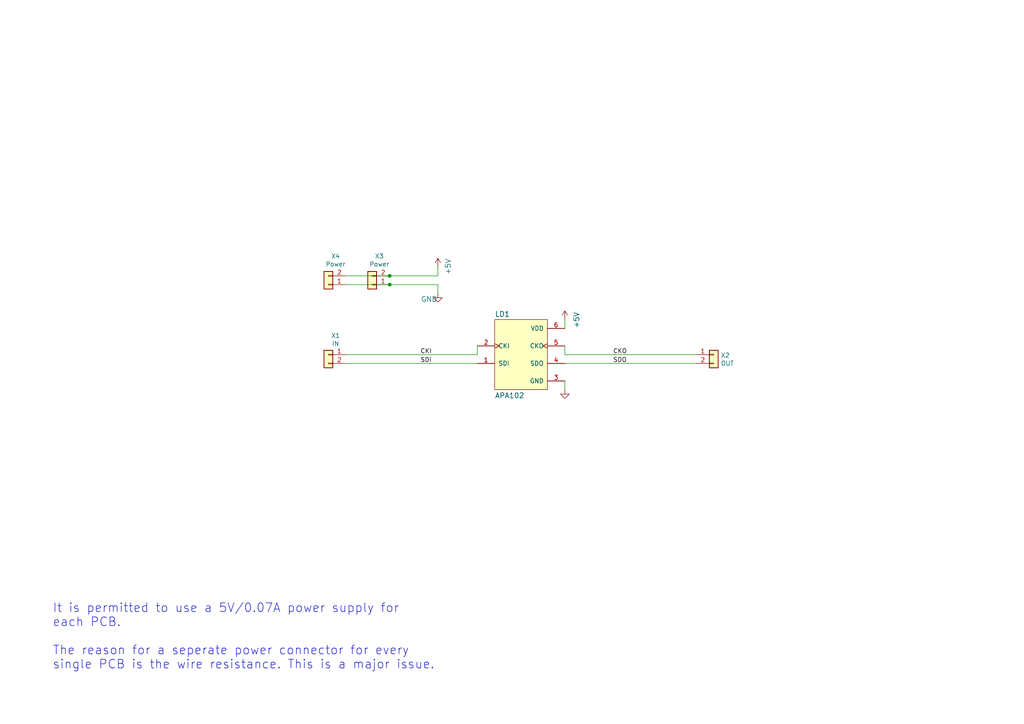
<source format=kicad_sch>
(kicad_sch (version 20211123) (generator eeschema)
  (paper "A4")
  (title_block (title "MateLightScrewCapV2") (date "2022-09-05") (rev "v0.2.0") (company "HansAchterbahn @ Neotopia / CCC Göttingen") (comment 1 "Licence: MIT Licence") (comment 4 "I_APA102 = max. 20 mA @ 5V"))
  (lib_symbols
    (symbol "MateLightScrewCap-eagle-import:APA102C-5050" (pin_names (offset 1.016))
      (property "Reference" "LD" (at -7.62 10.922 0))
      (property "Value" "APA102C-5050" (at -7.62 -12.7 0))
      (symbol "APA102C-5050_1_0"
        (pin input line (at -12.7 -2.54 0) (length 5.08) (name "SDI") (number "1"))
        (pin input clock (at -12.7 2.54 0) (length 5.08) (name "CKI") (number "2"))
        (pin power_in line (at 12.7 -7.62 180) (length 5.08) (name "GND") (number "3"))
        (pin output line (at 12.7 -2.54 180) (length 5.08) (name "SDO") (number "4"))
        (pin output clock (at 12.7 2.54 180) (length 5.08) (name "CKO") (number "5"))
        (pin power_in line (at 12.7 7.62 180) (length 5.08) (name "VDD") (number "6"))
      )
      (symbol "APA102C-5050_1_1"
        (rectangle (start -7.62 10.16) (end 7.62 -10.16) (fill (type background)))
      )
    )
    (symbol "MateLightScrewCap-rescue:+5V-power" (power) (pin_names (offset 0))
      (property "Value" "+5V-power" (at 0 3.556 0))
      (symbol "+5V-power_0_1"
        (polyline (pts (xy -0.762 1.27) (xy 0 2.54)))
        (polyline (pts (xy 0 0) (xy 0 2.54)))
        (polyline (pts (xy 0 2.54) (xy 0.762 1.27)))
      )
      (symbol "+5V-power_1_1"
        (pin power_in line (at 0 0 90) (length 0) hide (name "+5V") (number "1"))
      )
    )
    (symbol "MateLightScrewCap-rescue:Conn_01x02-Connector_Generic" (pin_names (offset 1.016) hide)
      (property "Reference" "J" (at 0 2.54 0))
      (property "Value" "Conn_01x02-Connector_Generic" (at 0 -5.08 0))
      (symbol "Conn_01x02-Connector_Generic_1_1"
        (rectangle (start -1.27 -2.413) (end 0 -2.667) (stroke (width 0.1524)))
        (rectangle (start -1.27 0.127) (end 0 -0.127) (stroke (width 0.1524)))
        (rectangle (start -1.27 1.27) (end 1.27 -3.81) (stroke (width 0.254)) (fill (type background)))
        (pin passive line (at -5.08 0 0) (length 3.81) (name "Pin_1") (number "1"))
        (pin passive line (at -5.08 -2.54 0) (length 3.81) (name "Pin_2") (number "2"))
      )
    )
    (symbol "MateLightScrewCap-rescue:GND-power" (power) (pin_names (offset 0))
      (property "Value" "GND-power" (at 0 -3.81 0))
      (symbol "GND-power_0_1"
        (polyline (pts (xy 0 0) (xy 0 -1.27) (xy 1.27 -1.27) (xy 0 -2.54) (xy -1.27 -1.27) (xy 0 -1.27)))
      )
      (symbol "GND-power_1_1"
        (pin power_in line (at 0 0 270) (length 0) hide (name "GND") (number "1"))
      )
    )
  )
  (junction (at 113.03 82.55))
  (junction (at 113.03 80.01))
  (wire (pts (xy 100.33 105.41) (xy 138.43 105.41)))
  (wire (pts (xy 163.83 105.41) (xy 201.93 105.41)))
  (wire (pts (xy 113.03 82.55) (xy 127 82.55)))
  (wire (pts (xy 127 80.01) (xy 127 77.47)))
  (wire (pts (xy 100.33 102.87) (xy 138.43 102.87)))
  (wire (pts (xy 100.33 80.01) (xy 113.03 80.01)))
  (wire (pts (xy 201.93 102.87) (xy 163.83 102.87)))
  (wire (pts (xy 113.03 80.01) (xy 127 80.01)))
  (wire (pts (xy 100.33 82.55) (xy 113.03 82.55)))
  (wire (pts (xy 163.83 102.87) (xy 163.83 100.33)))
  (wire (pts (xy 138.43 102.87) (xy 138.43 100.33)))
  (wire (pts (xy 127 85.09) (xy 127 82.55)))
  (wire (pts (xy 163.83 92.71) (xy 163.83 95.25)))
  (wire (pts (xy 163.83 113.03) (xy 163.83 110.49)))
  (text "It is permitted to use a 5V/0.07A power supply for \neach PCB. \n\nThe reason for a seperate power connector for every\nsingle PCB is the wire resistance. This is a major issue. " (at 15.24 194.31 0) (effects (font (size 2.54 2.54)) (justify left bottom)))
  (label "CKO" (at 177.8 102.87 0))
  (label "CKI" (at 121.92 102.87 0))
  (label "SDI" (at 121.92 105.41 0))
  (label "SDO" (at 177.8 105.41 0))
  (symbol (lib_id "MateLightScrewCap-rescue:+5V-power") (at 127 77.47 0) (mirror y) (unit 1)
    (property "Reference" "#P+03" (effects hide))
    (property "Value" "+5V" (at 130.81 74.93 90) (effects (font (size 1.4986 1.4986)) (justify right top)))
  )
  (symbol (lib_id "MateLightScrewCap-rescue:GND-power") (at 127 85.09 0) (unit 1)
    (property "Reference" "#GND02" (effects hide))
    (property "Value" "GND" (at 124.46 87.63 0) (effects (font (size 1.4986 1.4986)) (justify bottom)))
  )
  (symbol (lib_id "MateLightScrewCap-rescue:GND-power") (at 163.83 113.03 0) (unit 1)
    (property "Reference" "#GND015" (effects hide))
    (property "Value" "GND" (effects hide))
  )
  (symbol (lib_id "MateLightScrewCap-eagle-import:APA102C-5050") (at 151.13 102.87 0) (unit 1)
    (property "Reference" "LD1" (at 143.51 91.948 0) (effects (font (size 1.4986 1.4986)) (justify left bottom)))
    (property "Value" "APA102" (at 143.51 115.57 0) (effects (font (size 1.4986 1.4986)) (justify left bottom)))
    (property "Footprint" "MateLightScrewCap:APA102C-5050" (effects hide))
  )
  (symbol (lib_id "MateLightScrewCap-rescue:Conn_01x02-Connector_Generic") (at 107.95 82.55 180) (unit 1)
    (property "Reference" "X3" (at 110.0328 74.295 0))
    (property "Value" "Power" (at 110.0328 76.6064 0))
    (property "Footprint" "h8-Connectors:JST_S2B-PH-SM4-TB(LF)(SN)" (effects hide))
  )
  (symbol (lib_id "MateLightScrewCap-rescue:Conn_01x02-Connector_Generic") (at 95.25 102.87 0) (mirror y) (unit 1)
    (property "Reference" "X1" (at 97.3328 97.3582 0))
    (property "Value" "IN" (at 97.3328 99.6696 0))
    (property "Footprint" "h8-Connectors:JST_S2B-ZR-SM4A-TF(LF)(SN)" (effects hide))
  )
  (symbol (lib_id "MateLightScrewCap-rescue:Conn_01x02-Connector_Generic") (at 207.01 102.87 0) (unit 1)
    (property "Reference" "X2" (at 209.042 103.0732 0) (effects (justify left)))
    (property "Value" "OUT" (at 209.042 105.3846 0) (effects (justify left)))
    (property "Footprint" "h8-Connectors:JST_S2B-ZR-SM4A-TF(LF)(SN)" (effects hide))
  )
  (symbol (lib_id "MateLightScrewCap-rescue:Conn_01x02-Connector_Generic") (at 95.25 82.55 180) (unit 1)
    (property "Reference" "X4" (at 97.3328 74.295 0))
    (property "Value" "Power" (at 97.3328 76.6064 0))
    (property "Footprint" "h8-Connectors:JST_S2B-ZR-SM4A-TF(LF)(SN)" (effects hide))
  )
  (symbol (lib_id "MateLightScrewCap-rescue:+5V-power") (at 163.83 92.71 0) (mirror y) (unit 1)
    (property "Reference" "#P+04" (effects hide))
    (property "Value" "+5V" (at 166.37 95.25 90) (effects (font (size 1.4986 1.4986)) (justify left bottom)))
  )
)
</source>
